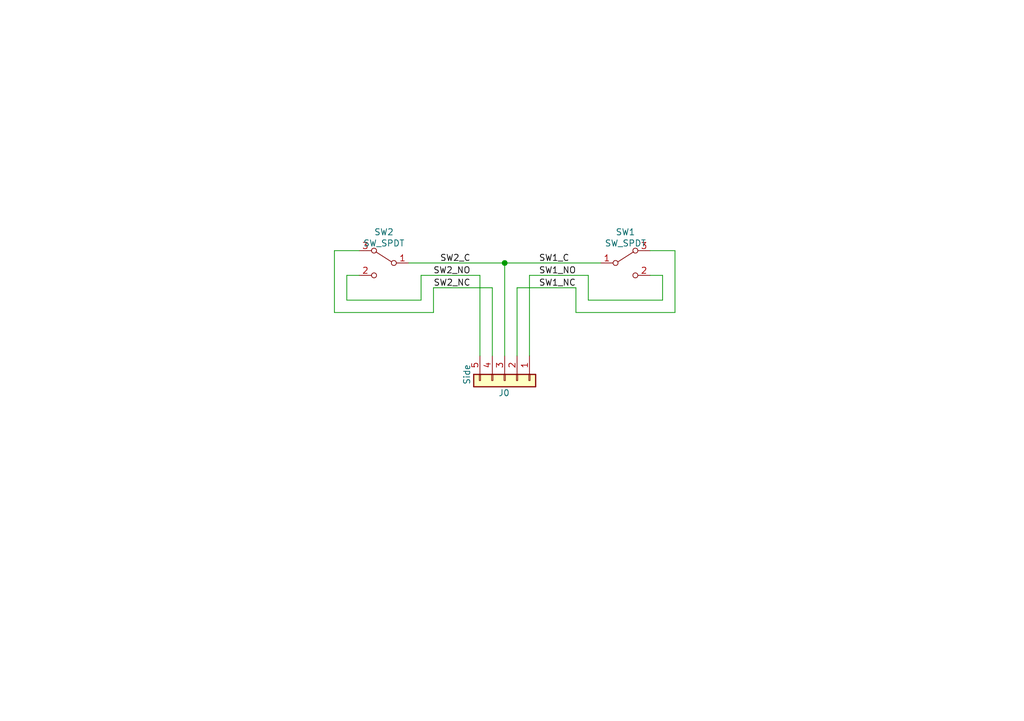
<source format=kicad_sch>
(kicad_sch (version 20210126) (generator eeschema)
  (paper "A5")
  (title_block (title "sammy") (date "2021-04-10") (rev "r0.0") (company "openinput                                       https://github.com/perigoso/openinput-hw") (comment 2 "This source describes Open Hardware and is licensed under the CERN-OHL-Pv2") (comment 4 "Copyright (c) Rafael Silva <perigoso@riseup.net>"))
  (lib_symbols
    (symbol "Connector_Generic:Conn_01x05" (pin_names (offset 1.016) hide)
      (property "Reference" "J" (at 0 7.62 0))
      (property "Value" "Conn_01x05" (at 0 -7.62 0))
      (symbol "Conn_01x05_1_1"
        (rectangle (start -1.27 -4.953) (end 0 -5.207) (stroke (width 0.1524)))
        (rectangle (start -1.27 -2.413) (end 0 -2.667) (stroke (width 0.1524)))
        (rectangle (start -1.27 0.127) (end 0 -0.127) (stroke (width 0.1524)))
        (rectangle (start -1.27 2.667) (end 0 2.413) (stroke (width 0.1524)))
        (rectangle (start -1.27 5.207) (end 0 4.953) (stroke (width 0.1524)))
        (rectangle (start -1.27 6.35) (end 1.27 -6.35) (stroke (width 0.254)) (fill (type background)))
        (pin passive line (at -5.08 5.08 0) (length 3.81) (name "Pin_1") (number "1"))
        (pin passive line (at -5.08 2.54 0) (length 3.81) (name "Pin_2") (number "2"))
        (pin passive line (at -5.08 0 0) (length 3.81) (name "Pin_3") (number "3"))
        (pin passive line (at -5.08 -2.54 0) (length 3.81) (name "Pin_4") (number "4"))
        (pin passive line (at -5.08 -5.08 0) (length 3.81) (name "Pin_5") (number "5"))
      )
    )
    (symbol "switch:SW_SPDT" (pin_names (offset 0) hide)
      (property "Reference" "SW" (at 0 4.318 0))
      (property "Value" "SW_SPDT" (at 0 -5.08 0))
      (symbol "SW_SPDT_0_0"
        (circle (center -2.032 0) (radius 0.508))
        (circle (center 2.032 -2.54) (radius 0.508))
      )
      (symbol "SW_SPDT_0_1"
        (circle (center 2.032 2.54) (radius 0.508))
        (polyline (pts (xy -1.524 0.254) (xy 1.651 2.286)))
      )
      (symbol "SW_SPDT_1_1"
        (pin passive line (at -5.08 0 0) (length 2.54) (name "B") (number "1"))
        (pin passive line (at 5.08 -2.54 180) (length 2.54) (name "C") (number "2"))
        (pin passive line (at 5.08 2.54 180) (length 2.54) (name "A") (number "3"))
      )
    )
  )
  (junction (at 103.505 53.975) (diameter 1.016))
  (wire (pts (xy 68.58 51.435) (xy 73.66 51.435)))
  (wire (pts (xy 68.58 64.135) (xy 68.58 51.435)))
  (wire (pts (xy 68.58 64.135) (xy 88.9 64.135)))
  (wire (pts (xy 71.12 56.515) (xy 71.12 61.595)))
  (wire (pts (xy 71.12 61.595) (xy 86.36 61.595)))
  (wire (pts (xy 73.66 56.515) (xy 71.12 56.515)))
  (wire (pts (xy 86.36 56.515) (xy 86.36 61.595)))
  (wire (pts (xy 86.36 56.515) (xy 98.425 56.515)))
  (wire (pts (xy 88.9 59.055) (xy 88.9 64.135)))
  (wire (pts (xy 88.9 59.055) (xy 100.965 59.055)))
  (wire (pts (xy 98.425 56.515) (xy 98.425 73.025)))
  (wire (pts (xy 100.965 59.055) (xy 100.965 73.025)))
  (wire (pts (xy 103.505 53.975) (xy 83.82 53.975)))
  (wire (pts (xy 103.505 53.975) (xy 103.505 73.025)))
  (wire (pts (xy 103.505 53.975) (xy 123.19 53.975)))
  (wire (pts (xy 106.045 59.055) (xy 106.045 73.025)))
  (wire (pts (xy 106.045 59.055) (xy 118.11 59.055)))
  (wire (pts (xy 108.585 56.515) (xy 108.585 73.025)))
  (wire (pts (xy 108.585 56.515) (xy 120.65 56.515)))
  (wire (pts (xy 118.11 59.055) (xy 118.11 64.135)))
  (wire (pts (xy 120.65 56.515) (xy 120.65 61.595)))
  (wire (pts (xy 133.35 56.515) (xy 135.89 56.515)))
  (wire (pts (xy 135.89 56.515) (xy 135.89 61.595)))
  (wire (pts (xy 135.89 61.595) (xy 120.65 61.595)))
  (wire (pts (xy 138.43 51.435) (xy 133.35 51.435)))
  (wire (pts (xy 138.43 64.135) (xy 118.11 64.135)))
  (wire (pts (xy 138.43 64.135) (xy 138.43 51.435)))
  (label "SW2_C" (at 96.52 53.975 180))
  (label "SW2_NO" (at 96.52 56.515 180))
  (label "SW2_NC" (at 96.52 59.055 180))
  (label "SW1_C" (at 110.49 53.975 0))
  (label "SW1_NO" (at 110.49 56.515 0))
  (label "SW1_NC" (at 110.49 59.055 0))
  (symbol (lib_id "switch:SW_SPDT") (at 78.74 53.975 0) (mirror y) (unit 1)
    (property "Reference" "SW2" (at 78.74 47.6208 0))
    (property "Value" "SW_SPDT" (at 78.74 49.9195 0))
    (property "Footprint" "Switches:Generic" (effects hide))
  )
  (symbol (lib_id "switch:SW_SPDT") (at 128.27 53.975 0) (unit 1)
    (property "Reference" "SW1" (at 128.27 47.6208 0))
    (property "Value" "SW_SPDT" (at 128.27 49.9195 0))
    (property "Footprint" "Switches:Generic" (effects hide))
  )
  (symbol (lib_id "Connector_Generic:Conn_01x05") (at 103.505 78.105 270) (unit 1)
    (property "Reference" "J0" (at 103.3779 80.6439 90))
    (property "Value" "Side" (at 95.7579 78.9802 0) (effects (justify right)))
    (property "Footprint" "Connector_PinHeader_2.00mm:PinHeader_1x05_P2.00mm_Vertical" (effects hide))
  )
)
</source>
